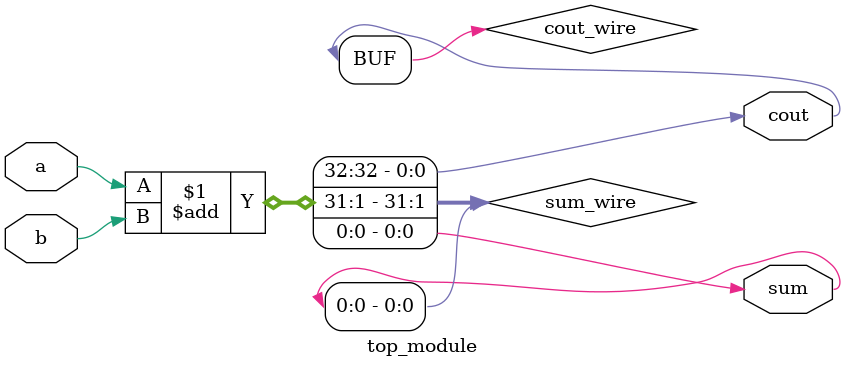
<source format=sv>
module top_module (
    input a,
    input b,
    output sum,
    output cout
);
    // Declare internal wires for intermediate signals
    wire [31:0] sum_wire;
    wire cout_wire;

    // Adder logic
    assign {cout_wire, sum_wire} = a + b;

    // Output assignments
    assign sum = sum_wire;
    assign cout = cout_wire;

endmodule

</source>
